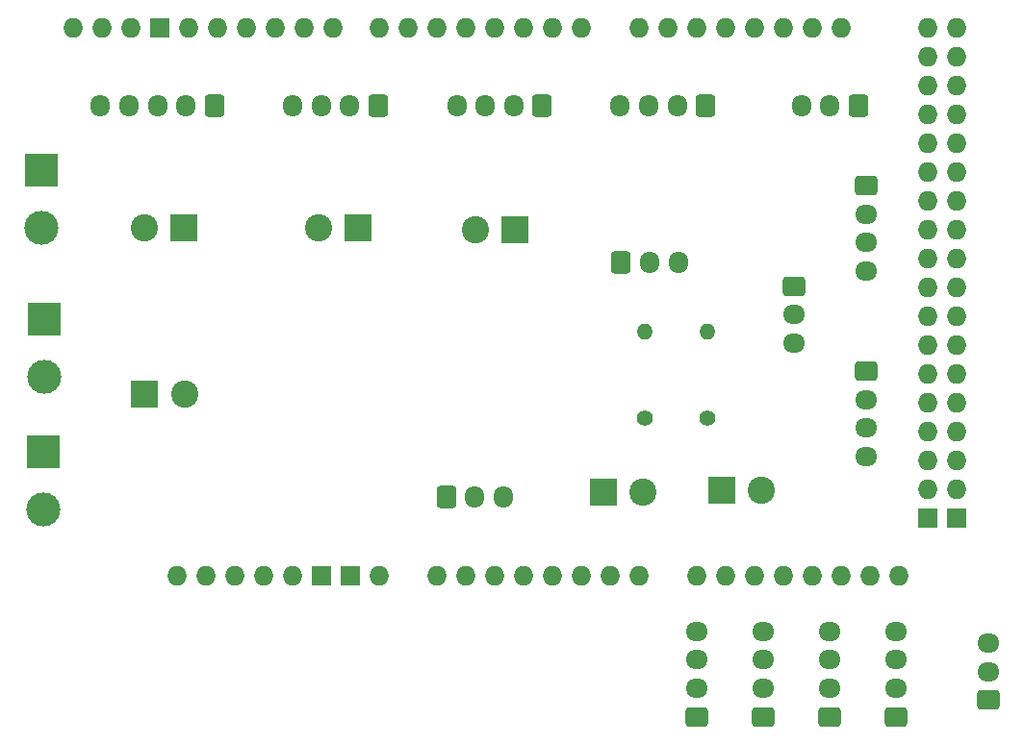
<source format=gbr>
%TF.GenerationSoftware,KiCad,Pcbnew,8.0.5*%
%TF.CreationDate,2024-12-20T12:29:36-05:00*%
%TF.ProjectId,Placa_Kicad,506c6163-615f-44b6-9963-61642e6b6963,rev?*%
%TF.SameCoordinates,Original*%
%TF.FileFunction,Soldermask,Top*%
%TF.FilePolarity,Negative*%
%FSLAX46Y46*%
G04 Gerber Fmt 4.6, Leading zero omitted, Abs format (unit mm)*
G04 Created by KiCad (PCBNEW 8.0.5) date 2024-12-20 12:29:36*
%MOMM*%
%LPD*%
G01*
G04 APERTURE LIST*
G04 Aperture macros list*
%AMRoundRect*
0 Rectangle with rounded corners*
0 $1 Rounding radius*
0 $2 $3 $4 $5 $6 $7 $8 $9 X,Y pos of 4 corners*
0 Add a 4 corners polygon primitive as box body*
4,1,4,$2,$3,$4,$5,$6,$7,$8,$9,$2,$3,0*
0 Add four circle primitives for the rounded corners*
1,1,$1+$1,$2,$3*
1,1,$1+$1,$4,$5*
1,1,$1+$1,$6,$7*
1,1,$1+$1,$8,$9*
0 Add four rect primitives between the rounded corners*
20,1,$1+$1,$2,$3,$4,$5,0*
20,1,$1+$1,$4,$5,$6,$7,0*
20,1,$1+$1,$6,$7,$8,$9,0*
20,1,$1+$1,$8,$9,$2,$3,0*%
G04 Aperture macros list end*
%ADD10RoundRect,0.250000X0.600000X0.725000X-0.600000X0.725000X-0.600000X-0.725000X0.600000X-0.725000X0*%
%ADD11O,1.700000X1.950000*%
%ADD12R,2.400000X2.400000*%
%ADD13C,2.400000*%
%ADD14RoundRect,0.250000X0.725000X-0.600000X0.725000X0.600000X-0.725000X0.600000X-0.725000X-0.600000X0*%
%ADD15O,1.950000X1.700000*%
%ADD16RoundRect,0.250000X-0.725000X0.600000X-0.725000X-0.600000X0.725000X-0.600000X0.725000X0.600000X0*%
%ADD17R,3.000000X3.000000*%
%ADD18C,3.000000*%
%ADD19C,1.400000*%
%ADD20O,1.400000X1.400000*%
%ADD21O,1.727200X1.727200*%
%ADD22R,1.727200X1.727200*%
%ADD23RoundRect,0.250000X-0.600000X-0.725000X0.600000X-0.725000X0.600000X0.725000X-0.600000X0.725000X0*%
G04 APERTURE END LIST*
D10*
%TO.C,J6*%
X161758000Y-78000000D03*
D11*
X159258000Y-78000000D03*
X156758000Y-78000000D03*
X154258000Y-78000000D03*
X151758000Y-78000000D03*
%TD*%
D10*
%TO.C,J14*%
X204978000Y-78000000D03*
D11*
X202478000Y-78000000D03*
X199978000Y-78000000D03*
X197478000Y-78000000D03*
%TD*%
D10*
%TO.C,J11*%
X218400000Y-78000000D03*
D11*
X215900000Y-78000000D03*
X213400000Y-78000000D03*
%TD*%
D12*
%TO.C,J15*%
X155631000Y-103378000D03*
D13*
X159131000Y-103378000D03*
%TD*%
D14*
%TO.C,J24*%
X221750000Y-131826000D03*
D15*
X221750000Y-129326000D03*
X221750000Y-126826000D03*
X221750000Y-124326000D03*
%TD*%
D12*
%TO.C,J9*%
X159075000Y-88773000D03*
D13*
X155575000Y-88773000D03*
%TD*%
D12*
%TO.C,J19*%
X195989000Y-112041000D03*
D13*
X199489000Y-112041000D03*
%TD*%
D16*
%TO.C,J1*%
X219075000Y-85083000D03*
D15*
X219075000Y-87583000D03*
X219075000Y-90083000D03*
X219075000Y-92583000D03*
%TD*%
D12*
%TO.C,J12*%
X206375000Y-111887000D03*
D13*
X209875000Y-111887000D03*
%TD*%
D17*
%TO.C,J4*%
X146812000Y-96774000D03*
D18*
X146812000Y-101854000D03*
%TD*%
D14*
%TO.C,J17*%
X229870000Y-130349000D03*
D15*
X229870000Y-127849000D03*
X229870000Y-125349000D03*
%TD*%
D12*
%TO.C,J8*%
X174442000Y-88773000D03*
D13*
X170942000Y-88773000D03*
%TD*%
D16*
%TO.C,J13*%
X212725000Y-93933000D03*
D15*
X212725000Y-96433000D03*
X212725000Y-98933000D03*
%TD*%
D19*
%TO.C,R2*%
X199644000Y-105537000D03*
D20*
X199644000Y-97917000D03*
%TD*%
D16*
%TO.C,J10*%
X219075000Y-101386000D03*
D15*
X219075000Y-103886000D03*
X219075000Y-106386000D03*
X219075000Y-108886000D03*
%TD*%
D10*
%TO.C,J5*%
X176189000Y-78000000D03*
D11*
X173689000Y-78000000D03*
X171189000Y-78000000D03*
X168689000Y-78000000D03*
%TD*%
D10*
%TO.C,J2*%
X190620000Y-78000000D03*
D11*
X188120000Y-78000000D03*
X185620000Y-78000000D03*
X183120000Y-78000000D03*
%TD*%
D21*
%TO.C,A1*%
X158496000Y-119380000D03*
X166116000Y-119380000D03*
X168656000Y-119380000D03*
X224536000Y-71120000D03*
X227076000Y-71120000D03*
X181356000Y-119380000D03*
X183896000Y-119380000D03*
X186436000Y-119380000D03*
X188976000Y-119380000D03*
X191516000Y-119380000D03*
X194056000Y-119380000D03*
X196596000Y-119380000D03*
X199136000Y-119380000D03*
X204216000Y-119380000D03*
X206756000Y-119380000D03*
X209296000Y-119380000D03*
X211836000Y-119380000D03*
X214376000Y-119380000D03*
X216916000Y-119380000D03*
X219456000Y-119380000D03*
X221996000Y-119380000D03*
X154432000Y-71120000D03*
X194056000Y-71120000D03*
X191516000Y-71120000D03*
X188976000Y-71120000D03*
X186436000Y-71120000D03*
X183896000Y-71120000D03*
X181356000Y-71120000D03*
X178816000Y-71120000D03*
X176276000Y-71120000D03*
X172212000Y-71120000D03*
X169672000Y-71120000D03*
X167132000Y-71120000D03*
X164592000Y-71120000D03*
X162052000Y-71120000D03*
X159512000Y-71120000D03*
X199136000Y-71120000D03*
X201676000Y-71120000D03*
X204216000Y-71120000D03*
X206756000Y-71120000D03*
X209296000Y-71120000D03*
X211836000Y-71120000D03*
X214376000Y-71120000D03*
X216916000Y-71120000D03*
X224536000Y-73660000D03*
X227076000Y-73660000D03*
X224536000Y-76200000D03*
X227076000Y-76200000D03*
X224536000Y-78740000D03*
X227076000Y-78740000D03*
X224536000Y-81280000D03*
X227076000Y-81280000D03*
X224536000Y-83820000D03*
X227076000Y-83820000D03*
X224536000Y-86360000D03*
X227076000Y-86360000D03*
X224536000Y-88900000D03*
X227076000Y-88900000D03*
X224536000Y-91440000D03*
X227076000Y-91440000D03*
X224536000Y-93980000D03*
X227076000Y-93980000D03*
X224536000Y-96520000D03*
X227076000Y-96520000D03*
X224536000Y-99060000D03*
X227076000Y-99060000D03*
X224536000Y-101600000D03*
X227076000Y-101600000D03*
X224536000Y-104140000D03*
X227076000Y-104140000D03*
X224536000Y-106680000D03*
X227076000Y-106680000D03*
X224536000Y-109220000D03*
X227076000Y-109220000D03*
X224536000Y-111760000D03*
X227076000Y-111760000D03*
D22*
X156972000Y-71120000D03*
X171196000Y-119380000D03*
X173736000Y-119380000D03*
X224536000Y-114300000D03*
X227076000Y-114300000D03*
D21*
X161036000Y-119380000D03*
X163576000Y-119380000D03*
X149352000Y-71120000D03*
X151892000Y-71120000D03*
X176276000Y-119380000D03*
%TD*%
D17*
%TO.C,J3*%
X146558000Y-83693000D03*
D18*
X146558000Y-88773000D03*
%TD*%
D14*
%TO.C,J21*%
X204200000Y-131826000D03*
D15*
X204200000Y-129326000D03*
X204200000Y-126826000D03*
X204200000Y-124326000D03*
%TD*%
D14*
%TO.C,J22*%
X210050000Y-131826000D03*
D15*
X210050000Y-129326000D03*
X210050000Y-126826000D03*
X210050000Y-124326000D03*
%TD*%
D23*
%TO.C,J20*%
X197565000Y-91829000D03*
D11*
X200065000Y-91829000D03*
X202565000Y-91829000D03*
%TD*%
D17*
%TO.C,J16*%
X146685000Y-108458000D03*
D18*
X146685000Y-113538000D03*
%TD*%
D12*
%TO.C,J7*%
X188214000Y-88900000D03*
D13*
X184714000Y-88900000D03*
%TD*%
D23*
%TO.C,J18*%
X182158000Y-112476000D03*
D11*
X184658000Y-112476000D03*
X187158000Y-112476000D03*
%TD*%
D19*
%TO.C,R1*%
X205105000Y-105537000D03*
D20*
X205105000Y-97917000D03*
%TD*%
D14*
%TO.C,J23*%
X215900000Y-131826000D03*
D15*
X215900000Y-129326000D03*
X215900000Y-126826000D03*
X215900000Y-124326000D03*
%TD*%
M02*

</source>
